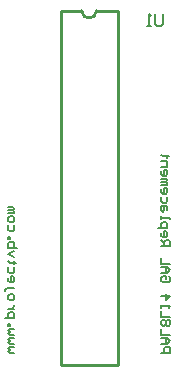
<source format=gbo>
G04*
G04 #@! TF.GenerationSoftware,Altium Limited,Altium Designer,20.2.6 (244)*
G04*
G04 Layer_Color=32896*
%FSAX24Y24*%
%MOIN*%
G70*
G04*
G04 #@! TF.SameCoordinates,57D1006C-5FB8-4E46-A0DD-9EF21319E2AC*
G04*
G04*
G04 #@! TF.FilePolarity,Positive*
G04*
G01*
G75*
%ADD14C,0.0080*%
%ADD21C,0.0100*%
%ADD28C,0.0060*%
D14*
X229639Y137665D02*
Y137332D01*
X229572Y137265D01*
X229439D01*
X229372Y137332D01*
Y137665D01*
X229239Y137265D02*
X229106D01*
X229173D01*
Y137665D01*
X229239Y137598D01*
D21*
X226939Y137765D02*
G03*
X227439Y137765I000250J000000D01*
G01*
X226239Y125965D02*
X228139D01*
Y137765D01*
X227439D02*
X228139D01*
X226239Y137765D02*
X226939Y137765D01*
X226239Y125965D02*
X226239Y137765D01*
D28*
X229589Y126365D02*
X229889D01*
Y126515D01*
X229839Y126565D01*
X229739D01*
X229689Y126515D01*
Y126365D01*
X229589Y126665D02*
X229789D01*
X229889Y126765D01*
X229789Y126865D01*
X229589D01*
X229739D01*
Y126665D01*
X229889Y126965D02*
X229589D01*
Y127165D01*
X229839Y127265D02*
X229889Y127315D01*
Y127415D01*
X229839Y127465D01*
X229789D01*
X229739Y127415D01*
X229689Y127465D01*
X229639D01*
X229589Y127415D01*
Y127315D01*
X229639Y127265D01*
X229689D01*
X229739Y127315D01*
X229789Y127265D01*
X229839D01*
X229739Y127315D02*
Y127415D01*
X229889Y127565D02*
X229589D01*
Y127765D01*
Y127864D02*
Y127964D01*
Y127914D01*
X229889D01*
X229839Y127864D01*
X229589Y128264D02*
X229889D01*
X229739Y128114D01*
Y128314D01*
X229839Y128914D02*
X229889Y128864D01*
Y128764D01*
X229839Y128714D01*
X229639D01*
X229589Y128764D01*
Y128864D01*
X229639Y128914D01*
X229739D01*
Y128814D01*
X229589Y129014D02*
X229789D01*
X229889Y129114D01*
X229789Y129214D01*
X229589D01*
X229739D01*
Y129014D01*
X229889Y129314D02*
X229589D01*
Y129514D01*
Y129914D02*
X229889D01*
Y130064D01*
X229839Y130114D01*
X229739D01*
X229689Y130064D01*
Y129914D01*
Y130014D02*
X229589Y130114D01*
Y130364D02*
Y130264D01*
X229639Y130214D01*
X229739D01*
X229789Y130264D01*
Y130364D01*
X229739Y130414D01*
X229689D01*
Y130214D01*
X229489Y130514D02*
X229789D01*
Y130664D01*
X229739Y130714D01*
X229639D01*
X229589Y130664D01*
Y130514D01*
Y130814D02*
Y130913D01*
Y130864D01*
X229889D01*
Y130814D01*
X229789Y131113D02*
Y131213D01*
X229739Y131263D01*
X229589D01*
Y131113D01*
X229639Y131063D01*
X229689Y131113D01*
Y131263D01*
X229789Y131563D02*
Y131413D01*
X229739Y131363D01*
X229639D01*
X229589Y131413D01*
Y131563D01*
Y131813D02*
Y131713D01*
X229639Y131663D01*
X229739D01*
X229789Y131713D01*
Y131813D01*
X229739Y131863D01*
X229689D01*
Y131663D01*
X229589Y131963D02*
X229789D01*
Y132013D01*
X229739Y132063D01*
X229589D01*
X229739D01*
X229789Y132113D01*
X229739Y132163D01*
X229589D01*
Y132413D02*
Y132313D01*
X229639Y132263D01*
X229739D01*
X229789Y132313D01*
Y132413D01*
X229739Y132463D01*
X229689D01*
Y132263D01*
X229589Y132563D02*
X229789D01*
Y132713D01*
X229739Y132763D01*
X229589D01*
X229839Y132913D02*
X229789D01*
Y132863D01*
Y132963D01*
Y132913D01*
X229639D01*
X229589Y132963D01*
X224689Y126365D02*
X224539D01*
X224489Y126415D01*
X224539Y126465D01*
X224489Y126515D01*
X224539Y126565D01*
X224689D01*
Y126665D02*
X224539D01*
X224489Y126715D01*
X224539Y126765D01*
X224489Y126815D01*
X224539Y126865D01*
X224689D01*
Y126965D02*
X224539D01*
X224489Y127015D01*
X224539Y127065D01*
X224489Y127115D01*
X224539Y127165D01*
X224689D01*
X224489Y127265D02*
X224539D01*
Y127315D01*
X224489D01*
Y127265D01*
X224389Y127515D02*
X224689D01*
Y127665D01*
X224639Y127715D01*
X224539D01*
X224489Y127665D01*
Y127515D01*
X224689Y127814D02*
X224489D01*
X224589D01*
X224639Y127864D01*
X224689Y127914D01*
Y127964D01*
X224489Y128164D02*
Y128264D01*
X224539Y128314D01*
X224639D01*
X224689Y128264D01*
Y128164D01*
X224639Y128114D01*
X224539D01*
X224489Y128164D01*
X224389Y128414D02*
Y128464D01*
X224439Y128514D01*
X224689D01*
X224489Y128864D02*
Y128764D01*
X224539Y128714D01*
X224639D01*
X224689Y128764D01*
Y128864D01*
X224639Y128914D01*
X224589D01*
Y128714D01*
X224689Y129214D02*
Y129064D01*
X224639Y129014D01*
X224539D01*
X224489Y129064D01*
Y129214D01*
X224739Y129364D02*
X224689D01*
Y129314D01*
Y129414D01*
Y129364D01*
X224539D01*
X224489Y129414D01*
X224689Y129564D02*
X224489Y129664D01*
X224689Y129764D01*
X224789Y129864D02*
X224489D01*
Y130014D01*
X224539Y130064D01*
X224589D01*
X224639D01*
X224689Y130014D01*
Y129864D01*
X224489Y130164D02*
X224539D01*
Y130214D01*
X224489D01*
Y130164D01*
X224689Y130614D02*
Y130464D01*
X224639Y130414D01*
X224539D01*
X224489Y130464D01*
Y130614D01*
Y130764D02*
Y130864D01*
X224539Y130913D01*
X224639D01*
X224689Y130864D01*
Y130764D01*
X224639Y130714D01*
X224539D01*
X224489Y130764D01*
Y131013D02*
X224689D01*
Y131063D01*
X224639Y131113D01*
X224489D01*
X224639D01*
X224689Y131163D01*
X224639Y131213D01*
X224489D01*
M02*

</source>
